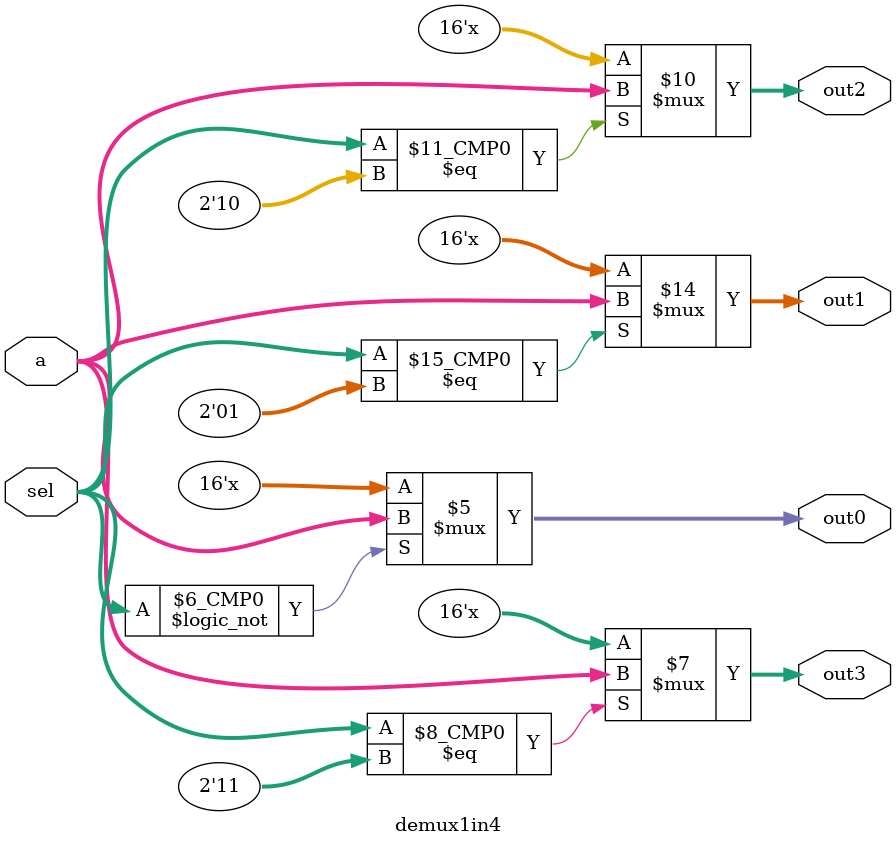
<source format=v>
module demux1in4 #(parameter WORD_SIZE = 16)
(
    input       [WORD_SIZE-1:0]    a,
	 input 		 [1:0]		sel,
	 output reg  [WORD_SIZE-1:0]    out0,
    output reg  [WORD_SIZE-1:0]    out1,
	 output reg  [WORD_SIZE-1:0]    out2,
	 output reg  [WORD_SIZE-1:0]    out3
);

	always @ (*) begin
		case (sel)
			2'b00    :   out0 = a;
			2'b01    :   out1 = a;
			2'b10    :   out2 = a;
			2'b11    :   out3 = a;
			default  :   out0 = a;
		endcase
	end
endmodule
</source>
